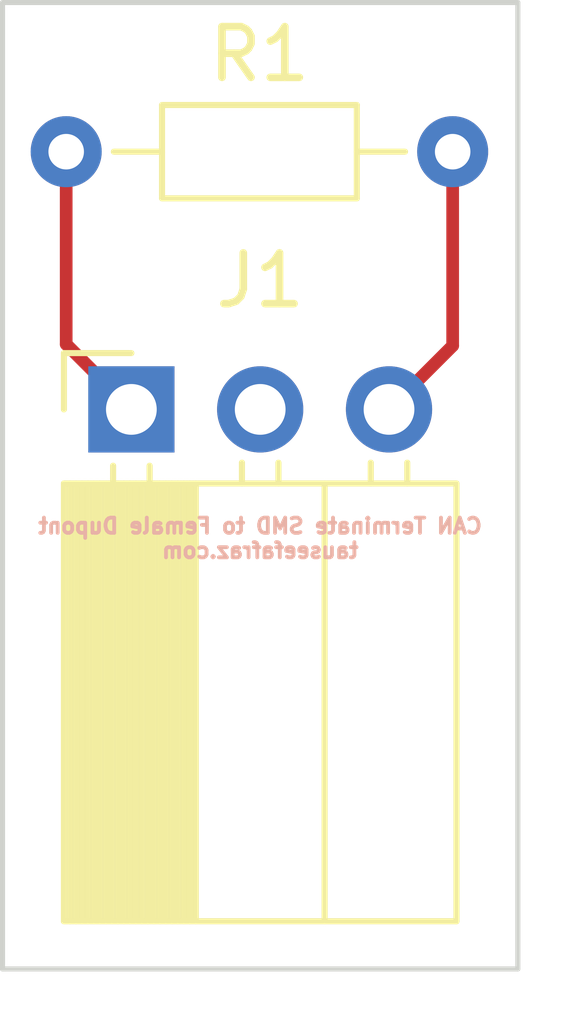
<source format=kicad_pcb>
(kicad_pcb (version 20211014) (generator pcbnew)
  (layers (0 "F.Cu" signal) (31 "B.Cu" signal) (34 "B.Paste" user) (35 "F.Paste" user) (36 "B.SilkS" user "B.Silkscreen") (37 "F.SilkS" user "F.Silkscreen") (38 "B.Mask" user) (39 "F.Mask" user) (44 "Edge.Cuts" user))
  (net 0 "")
  (net 1 "Net-(J1-Pad1)")
  (net 3 "Net-(J1-Pad3)")
  (footprint "Connector_PinSocket_2.54mm:PinSocket_1x03_P2.54mm_Horizontal" (layer "F.Cu") (at 147.32 101.6 90)
    (fp_text reference "J1" (at 2.54 2.54) (layer "F.SilkS"))
    (fp_text value "Conn_01x03_Female")
    (fp_line (start -1.46 -1.33) (end -1.46 6.41) (layer "F.SilkS") (width 0.12))
    (fp_line (start -10.09 -0.855715) (end -1.46 -0.855715) (layer "F.SilkS") (width 0.12))
    (fp_line (start -10.09 -1.33) (end -10.09 6.41) (layer "F.SilkS") (width 0.12))
    (fp_line (start -10.09 -0.50143) (end -1.46 -0.50143) (layer "F.SilkS") (width 0.12))
    (fp_line (start -10.09 0.089045) (end -1.46 0.089045) (layer "F.SilkS") (width 0.12))
    (fp_line (start -1.46 2.18) (end -1.05 2.18) (layer "F.SilkS") (width 0.12))
    (fp_line (start -10.09 -1.21) (end -1.46 -1.21) (layer "F.SilkS") (width 0.12))
    (fp_line (start 1.11 -1.33) (end 1.11 0) (layer "F.SilkS") (width 0.12))
    (fp_line (start -10.09 -0.26524) (end -1.46 -0.26524) (layer "F.SilkS") (width 0.12))
    (fp_line (start -1.46 4.72) (end -1.05 4.72) (layer "F.SilkS") (width 0.12))
    (fp_line (start -10.09 -0.619525) (end -1.46 -0.619525) (layer "F.SilkS") (width 0.12))
    (fp_line (start -10.09 -0.02905) (end -1.46 -0.02905) (layer "F.SilkS") (width 0.12))
    (fp_line (start -10.09 -0.97381) (end -1.46 -0.97381) (layer "F.SilkS") (width 0.12))
    (fp_line (start -10.09 0.20714) (end -1.46 0.20714) (layer "F.SilkS") (width 0.12))
    (fp_line (start -10.09 -1.091905) (end -1.46 -1.091905) (layer "F.SilkS") (width 0.12))
    (fp_line (start -1.46 5.44) (end -1.05 5.44) (layer "F.SilkS") (width 0.12))
    (fp_line (start -10.09 -0.147145) (end -1.46 -0.147145) (layer "F.SilkS") (width 0.12))
    (fp_line (start -10.09 0.561425) (end -1.46 0.561425) (layer "F.SilkS") (width 0.12))
    (fp_line (start -10.09 0.44333) (end -1.46 0.44333) (layer "F.SilkS") (width 0.12))
    (fp_line (start -10.09 0.91571) (end -1.46 0.91571) (layer "F.SilkS") (width 0.12))
    (fp_line (start -10.09 3.81) (end -1.46 3.81) (layer "F.SilkS") (width 0.12))
    (fp_line (start -10.09 -0.73762) (end -1.46 -0.73762) (layer "F.SilkS") (width 0.12))
    (fp_line (start 0 -1.33) (end 1.11 -1.33) (layer "F.SilkS") (width 0.12))
    (fp_line (start -10.09 0.797615) (end -1.46 0.797615) (layer "F.SilkS") (width 0.12))
    (fp_line (start -1.46 2.9) (end -1.05 2.9) (layer "F.SilkS") (width 0.12))
    (fp_line (start -1.46 0.36) (end -1.11 0.36) (layer "F.SilkS") (width 0.12))
    (fp_line (start -10.09 1.033805) (end -1.46 1.033805) (layer "F.SilkS") (width 0.12))
    (fp_line (start -10.09 1.27) (end -1.46 1.27) (layer "F.SilkS") (width 0.12))
    (fp_line (start -10.09 0.325235) (end -1.46 0.325235) (layer "F.SilkS") (width 0.12))
    (fp_line (start -10.09 0.67952) (end -1.46 0.67952) (layer "F.SilkS") (width 0.12))
    (fp_line (start -10.09 -0.383335) (end -1.46 -0.383335) (layer "F.SilkS") (width 0.12))
    (fp_line (start -10.09 -1.33) (end -1.46 -1.33) (layer "F.SilkS") (width 0.12))
    (fp_line (start -10.09 6.41) (end -1.46 6.41) (layer "F.SilkS") (width 0.12))
    (fp_line (start -10.09 1.1519) (end -1.46 1.1519) (layer "F.SilkS") (width 0.12))
    (fp_line (start -1.46 -0.36) (end -1.11 -0.36) (layer "F.SilkS") (width 0.12))
    (pad "1" thru_hole rect (at 0 0 90) (size 1.7 1.7) (drill 1) (layers *.Cu *.Mask) (net 1 "Net-(J1-Pad1)"))
    (pad "2" thru_hole oval (at 0 2.54 90) (size 1.7 1.7) (drill 1) (layers *.Cu *.Mask))
    (pad "3" thru_hole oval (at 0 5.08 90) (size 1.7 1.7) (drill 1) (layers *.Cu *.Mask) (net 3 "Net-(J1-Pad3)"))
  )
  (footprint "Resistor_THT:R_Axial_DIN0204_L3.6mm_D1.6mm_P7.62mm_Horizontal" (layer "F.Cu") (at 146.035 96.52)
    (fp_text reference "R1" (at 3.81 -1.92) (layer "F.SilkS"))
    (fp_text value "R")
    (fp_line (start 1.89 0.92) (end 5.73 0.92) (layer "F.SilkS") (width 0.12))
    (fp_line (start 1.89 -0.92) (end 1.89 0.92) (layer "F.SilkS") (width 0.12))
    (fp_line (start 5.73 -0.92) (end 1.89 -0.92) (layer "F.SilkS") (width 0.12))
    (fp_line (start 6.68 0) (end 5.73 0) (layer "F.SilkS") (width 0.12))
    (fp_line (start 5.73 0.92) (end 5.73 -0.92) (layer "F.SilkS") (width 0.12))
    (fp_line (start 0.94 0) (end 1.89 0) (layer "F.SilkS") (width 0.12))
    (pad "1" thru_hole circle (at 0 0) (size 1.4 1.4) (drill 0.7) (layers *.Cu *.Mask) (net 1 "Net-(J1-Pad1)"))
    (pad "2" thru_hole oval (at 7.62 0) (size 1.4 1.4) (drill 0.7) (layers *.Cu *.Mask) (net 3 "Net-(J1-Pad3)"))
  )
  (gr_line (start 144.78 112.63) (end 154.94 112.63) (layer "Edge.Cuts") (width 0.1))
  (gr_line (start 154.94 112.63) (end 154.94 93.58) (layer "Edge.Cuts") (width 0.1))
  (gr_line (start 154.94 93.58) (end 144.78 93.58) (layer "Edge.Cuts") (width 0.1))
  (gr_line (start 144.78 93.58) (end 144.78 112.63) (layer "Edge.Cuts") (width 0.1))
  (gr_text "CAN Terminate SMD to Female Dupont\ntauseefafraz.com" (at 149.86 104.14) (layer "B.SilkS") (effects (font (size 0.3 0.3) (thickness 0.075)) (justify mirror)))
  (segment (start 146.035 96.52) (end 146.035 100.315) (width 0.25) (layer "F.Cu") (net 1))
  (segment (start 146.035 100.315) (end 147.32 101.6) (width 0.25) (layer "F.Cu") (net 1))
  (segment (start 153.655 100.345) (end 152.4 101.6) (width 0.25) (layer "F.Cu") (net 3))
  (segment (start 153.655 96.52) (end 153.655 100.345) (width 0.25) (layer "F.Cu") (net 3))
)
</source>
